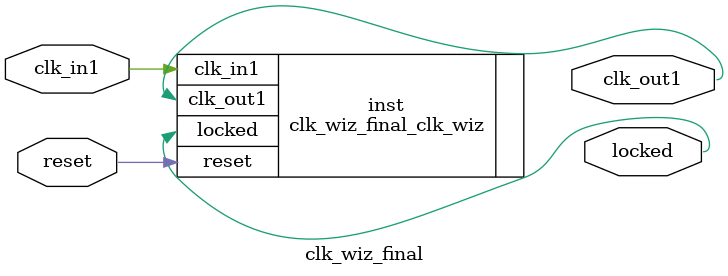
<source format=v>


`timescale 1ps/1ps

(* CORE_GENERATION_INFO = "clk_wiz_final,clk_wiz_v6_0_3_0_0,{component_name=clk_wiz_final,use_phase_alignment=true,use_min_o_jitter=false,use_max_i_jitter=false,use_dyn_phase_shift=false,use_inclk_switchover=false,use_dyn_reconfig=false,enable_axi=0,feedback_source=FDBK_AUTO,PRIMITIVE=MMCM,num_out_clk=1,clkin1_period=10.000,clkin2_period=10.000,use_power_down=false,use_reset=true,use_locked=true,use_inclk_stopped=false,feedback_type=SINGLE,CLOCK_MGR_TYPE=NA,manual_override=false}" *)

module clk_wiz_final 
 (
  // Clock out ports
  output        clk_out1,
  // Status and control signals
  input         reset,
  output        locked,
 // Clock in ports
  input         clk_in1
 );

  clk_wiz_final_clk_wiz inst
  (
  // Clock out ports  
  .clk_out1(clk_out1),
  // Status and control signals               
  .reset(reset), 
  .locked(locked),
 // Clock in ports
  .clk_in1(clk_in1)
  );

endmodule

</source>
